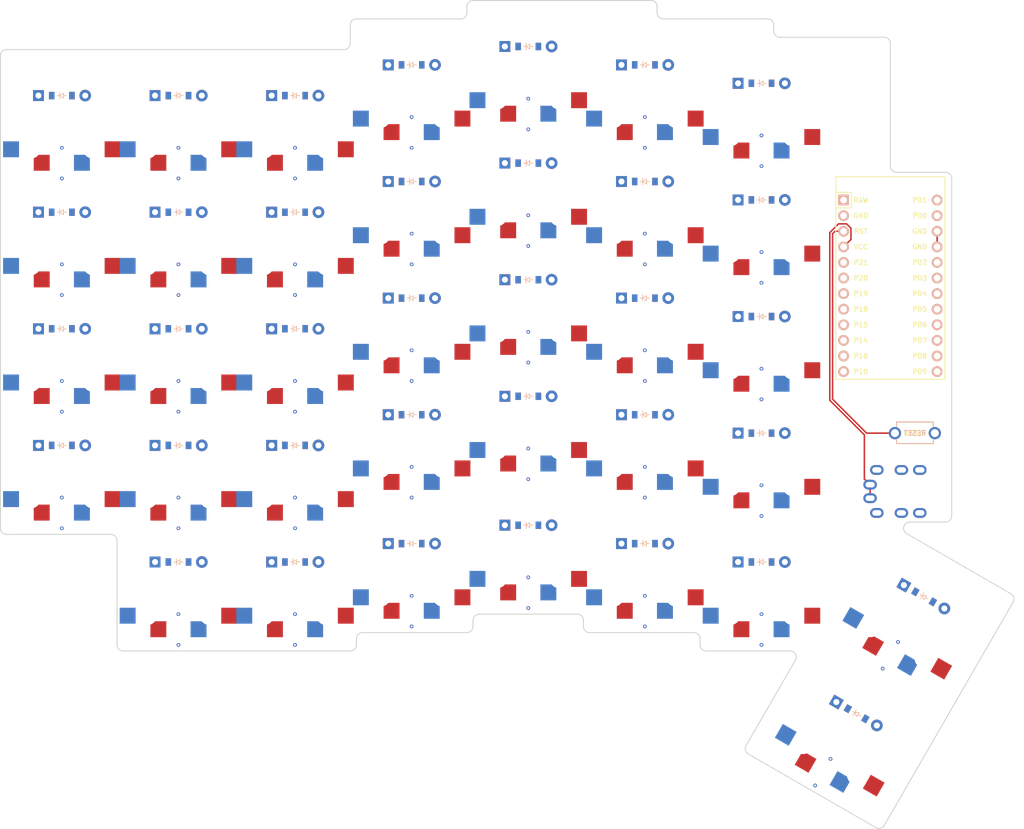
<source format=kicad_pcb>
(kicad_pcb (version 20211014) (generator pcbnew)
  (title_block (title "main") (rev "v1.0.0") (company "Unknown"))
  (layers (0 "F.Cu" signal) (31 "B.Cu" signal) (34 "B.Paste" user) (35 "F.Paste" user) (36 "B.SilkS" user "B.Silkscreen") (37 "F.SilkS" user "F.Silkscreen") (38 "B.Mask" user) (39 "F.Mask" user) (44 "Edge.Cuts" user))
  (net 0 "")
  (net 1 "macro_bottom")
  (net 2 "P10")
  (net 3 "P16")
  (net 4 "macro_home")
  (net 5 "P6")
  (net 6 "macro_top")
  (net 7 "P5")
  (net 8 "macro_numbers")
  (net 9 "P4")
  (net 10 "command_bottom")
  (net 11 "P14")
  (net 12 "command_home")
  (net 13 "command_top")
  (net 14 "command_numbers")
  (net 15 "pinky_bottom")
  (net 16 "P15")
  (net 17 "pinky_home")
  (net 18 "pinky_top")
  (net 19 "pinky_numbers")
  (net 20 "ring_bottom")
  (net 21 "P18")
  (net 22 "ring_home")
  (net 23 "ring_top")
  (net 24 "ring_numbers")
  (net 25 "middle_bottom")
  (net 26 "P19")
  (net 27 "middle_home")
  (net 28 "middle_top")
  (net 29 "middle_numbers")
  (net 30 "index_bottom")
  (net 31 "P20")
  (net 32 "index_home")
  (net 33 "index_top")
  (net 34 "index_numbers")
  (net 35 "inner_bottom")
  (net 36 "P21")
  (net 37 "inner_home")
  (net 38 "inner_top")
  (net 39 "inner_numbers")
  (net 40 "index_thumb")
  (net 41 "P7")
  (net 42 "inner_thumb")
  (net 43 "far_thumb")
  (net 44 "P9")
  (net 45 "near_thumb")
  (net 46 "P8")
  (net 47 "ctrl_thumb")
  (net 48 "meta_thumb")
  (net 49 "alt_thumb")
  (net 50 "fn_thumb")
  (net 51 "RAW")
  (net 52 "GND")
  (net 53 "RST")
  (net 54 "VCC")
  (net 55 "P1")
  (net 56 "P0")
  (net 57 "P2")
  (net 58 "P3")
  (footprint "VIA-0.6mm" (layer "F.Cu") (at 95 19.5)
    (fp_text reference "REF**" hide)
    (fp_text value "VIA-0.6mm" hide)
  )
  (footprint "ComboDiode" (layer "F.Cu") (at 95 -48)
    (fp_text reference "D23" hide)
    (fp_text value "" hide)
  )
  (footprint "ComboDiode" (layer "F.Cu") (at 38 -24)
    (fp_text reference "D10" hide)
    (fp_text value "" hide)
  )
  (footprint "VIA-0.6mm" (layer "F.Cu") (at 114 -12.5)
    (fp_text reference "REF**" hide)
    (fp_text value "VIA-0.6mm" hide)
  )
  (footprint "VIA-0.6mm" (layer "F.Cu") (at 19 -10.5)
    (fp_text reference "REF**" hide)
    (fp_text value "VIA-0.6mm" hide)
  )
  (footprint "VIA-0.6mm" (layer "F.Cu") (at 57 -39.5)
    (fp_text reference "REF**" hide)
    (fp_text value "VIA-0.6mm" hide)
  )
  (footprint "VIA-0.6mm" (layer "F.Cu") (at 76 21.5)
    (fp_text reference "REF**" hide)
    (fp_text value "VIA-0.6mm" hide)
  )
  (footprint "PG1350" (layer "F.Cu") (at 19 -38 180)
    (fp_text reference "S7" hide)
    (fp_text value "" hide)
  )
  (footprint "ComboDiode" (layer "F.Cu") (at 57 -67)
    (fp_text reference "D16" hide)
    (fp_text value "" hide)
  )
  (footprint "ComboDiode" (layer "F.Cu") (at 129.5 38.722432 -30)
    (fp_text reference "D32" hide)
    (fp_text value "" hide)
  )
  (footprint "VIA-0.6mm" (layer "F.Cu") (at 114 6.5)
    (fp_text reference "REF**" hide)
    (fp_text value "VIA-0.6mm" hide)
  )
  (footprint "ComboDiode" (layer "F.Cu") (at 38 -43)
    (fp_text reference "D11" hide)
    (fp_text value "" hide)
  )
  (footprint "VIA-0.6mm" (layer "F.Cu") (at 19 -53.5)
    (fp_text reference "REF**" hide)
    (fp_text value "VIA-0.6mm" hide)
  )
  (footprint "VIA-0.6mm" (layer "F.Cu") (at 114 -55.5)
    (fp_text reference "REF**" hide)
    (fp_text value "VIA-0.6mm" hide)
  )
  (footprint "ComboDiode" (layer "F.Cu") (at 114 14)
    (fp_text reference "D30" hide)
    (fp_text value "" hide)
  )
  (footprint "PG1350" (layer "F.Cu") (at 38 19 180)
    (fp_text reference "S34" hide)
    (fp_text value "" hide)
  )
  (footprint "VIA-0.6mm" (layer "F.Cu") (at 57 3.5)
    (fp_text reference "REF**" hide)
    (fp_text value "VIA-0.6mm" hide)
  )
  (footprint "ComboDiode" (layer "F.Cu") (at 114 -26)
    (fp_text reference "D26" hide)
    (fp_text value "" hide)
  )
  (footprint "ComboDiode" (layer "F.Cu") (at 0 -62)
    (fp_text reference "D4" hide)
    (fp_text value "" hide)
  )
  (footprint "ComboDiode" (layer "F.Cu") (at 95 -10)
    (fp_text reference "D21" hide)
    (fp_text value "" hide)
  )
  (footprint "VIA-0.6mm" (layer "F.Cu") (at 57 -15.5)
    (fp_text reference "REF**" hide)
    (fp_text value "VIA-0.6mm" hide)
  )
  (footprint "VIA-0.6mm" (layer "F.Cu") (at 19 3.5)
    (fp_text reference "REF**" hide)
    (fp_text value "VIA-0.6mm" hide)
  )
  (footprint "VIA-0.6mm" (layer "F.Cu") (at 114 -31.5)
    (fp_text reference "REF**" hide)
    (fp_text value "VIA-0.6mm" hide)
  )
  (footprint "PG1350" (layer "F.Cu") (at 19 -57 180)
    (fp_text reference "S8" hide)
    (fp_text value "" hide)
  )
  (footprint "PG1350" (layer "F.Cu") (at 38 0 180)
    (fp_text reference "S9" hide)
    (fp_text value "" hide)
  )
  (footprint "PG1350" (layer "F.Cu") (at 19 19 180)
    (fp_text reference "S33" hide)
    (fp_text value "" hide)
  )
  (footprint "ComboDiode" (layer "F.Cu") (at 0 -43)
    (fp_text reference "D3" hide)
    (fp_text value "" hide)
  )
  (footprint "VIA-0.6mm" (layer "F.Cu") (at 95 -58.5)
    (fp_text reference "REF**" hide)
    (fp_text value "VIA-0.6mm" hide)
  )
  (footprint "ComboDiode" (layer "F.Cu") (at 76 -51)
    (fp_text reference "D19" hide)
    (fp_text value "" hide)
  )
  (footprint "VIA-0.6mm" (layer "F.Cu") (at 76 -61.5)
    (fp_text reference "REF**" hide)
    (fp_text value "VIA-0.6mm" hide)
  )
  (footprint "VIA-0.6mm" (layer "F.Cu") (at 19 -29.5)
    (fp_text reference "REF**" hide)
    (fp_text value "VIA-0.6mm" hide)
  )
  (footprint "ComboDiode" (layer "F.Cu") (at 38 -62)
    (fp_text reference "D12" hide)
    (fp_text value "" hide)
  )
  (footprint "VIA-0.6mm" (layer "F.Cu") (at 76 -4.5)
    (fp_text reference "REF**" hide)
    (fp_text value "VIA-0.6mm" hide)
  )
  (footprint "PG1350" (layer "F.Cu") (at 95 -62 180)
    (fp_text reference "S24" hide)
    (fp_text value "" hide)
  )
  (footprint "VIA-0.6mm" (layer "F.Cu") (at 19 22.5)
    (fp_text reference "REF**" hide)
    (fp_text value "VIA-0.6mm" hide)
  )
  (footprint "VIA-0.6mm" (layer "F.Cu") (at 114 22.5)
    (fp_text reference "REF**" hide)
    (fp_text value "VIA-0.6mm" hide)
  )
  (footprint "TRRS-PJ-320A-dual" (layer "F.Cu") (at 143 6 -90)
    (fp_text reference "REF**")
    (fp_text value "TRRS-PJ-320A-dual")
  )
  (footprint "ComboDiode" (layer "F.Cu") (at 19 -24)
    (fp_text reference "D6" hide)
    (fp_text value "" hide)
  )
  (footprint "VIA-0.6mm" (layer "F.Cu") (at 38 -34.5)
    (fp_text reference "REF**" hide)
    (fp_text value "VIA-0.6mm" hide)
  )
  (footprint "VIA-0.6mm" (layer "F.Cu") (at 0 -53.5)
    (fp_text reference "REF**" hide)
    (fp_text value "VIA-0.6mm" hide)
  )
  (footprint "PG1350" (layer "F.Cu") (at 127 43.052559 150)
    (fp_text reference "S32" hide)
    (fp_text value "" hide)
  )
  (footprint "ComboDiode" (layer "F.Cu") (at 19 -5)
    (fp_text reference "D5" hide)
    (fp_text value "" hide)
  )
  (footprint "ComboDiode" (layer "F.Cu") (at 114 -64)
    (fp_text reference "D28" hide)
    (fp_text value "" hide)
  )
  (footprint "PG1350" (layer "F.Cu") (at 114 -2 180)
    (fp_text reference "S25" hide)
    (fp_text value "" hide)
  )
  (footprint "VIA-0.6mm" (layer "F.Cu") (at 76 0.5)
    (fp_text reference "REF**" hide)
    (fp_text value "VIA-0.6mm" hide)
  )
  (footprint "VIA-0.6mm" (layer "F.Cu") (at 38 27.5)
    (fp_text reference "REF**" hide)
    (fp_text value "VIA-0.6mm" hide)
  )
  (footprint "VIA-0.6mm" (layer "F.Cu") (at 57 -1.5)
    (fp_text reference "REF**" hide)
    (fp_text value "VIA-0.6mm" hide)
  )
  (footprint "VIA-0.6mm" (layer "F.Cu") (at 38 -48.5)
    (fp_text reference "REF**" hide)
    (fp_text value "VIA-0.6mm" hide)
  )
  (footprint "VIA-0.6mm" (layer "F.Cu") (at 114 27.5)
    (fp_text reference "REF**" hide)
    (fp_text value "VIA-0.6mm" hide)
  )
  (footprint "PG1350" (layer "F.Cu") (at 114 -21 180)
    (fp_text reference "S26" hide)
    (fp_text value "" hide)
  )
  (footprint "VIA-0.6mm" (layer "F.Cu") (at 76 -23.5)
    (fp_text reference "REF**" hide)
    (fp_text value "VIA-0.6mm" hide)
  )
  (footprint "VIA-0.6mm" (layer "F.Cu") (at 95 -1.5)
    (fp_text reference "REF**" hide)
    (fp_text value "VIA-0.6mm" hide)
  )
  (footprint "PG1350" (layer "F.Cu") (at 19 -19 180)
    (fp_text reference "S6" hide)
    (fp_text value "" hide)
  )
  (footprint "PG1350" (layer "F.Cu") (at 0 -19 180)
    (fp_text reference "S2" hide)
    (fp_text value "" hide)
  )
  (footprint "VIA-0.6mm" (layer "F.Cu") (at 76 -56.5)
    (fp_text reference "REF**" hide)
    (fp_text value "VIA-0.6mm" hide)
  )
  (footprint "VIA-0.6mm" (layer "F.Cu") (at 0 8.5)
    (fp_text reference "REF**" hide)
    (fp_text value "VIA-0.6mm" hide)
  )
  (footprint "VIA-0.6mm" (layer "F.Cu") (at 0 -29.5)
    (fp_text reference "REF**" hide)
    (fp_text value "VIA-0.6mm" hide)
  )
  (footprint "ComboDiode" (layer "F.Cu") (at 57 11)
    (fp_text reference "D35" hide)
    (fp_text value "" hide)
  )
  (footprint "PG1350" (layer "F.Cu") (at 95 -24 180)
    (fp_text reference "S22" hide)
    (fp_text value "" hide)
  )
  (footprint "PG1350" (layer "F.Cu") (at 57 -62 180)
    (fp_text reference "S16" hide)
    (fp_text value "" hide)
  )
  (footprint "VIA-0.6mm" (layer "F.Cu") (at 0 -48.5)
    (fp_text reference "REF**" hide)
    (fp_text value "VIA-0.6mm" hide)
  )
  (footprint "PG1350" (layer "F.Cu") (at 95 -43 180)
    (fp_text reference "S23" hide)
    (fp_text value "" hide)
  )
  (footprint "PG1350" (layer "F.Cu") (at 57 -5 180)
    (fp_text reference "S13" hide)
    (fp_text value "" hide)
  )
  (footprint "VIA-0.6mm" (layer "F.Cu") (at 57 -53.5)
    (fp_text reference "REF**" hide)
    (fp_text value "VIA-0.6mm" hide)
  )
  (footprint "PG1350" (layer "F.Cu") (at 57 16 180)
    (fp_text reference "S35" hide)
    (fp_text value "" hide)
  )
  (footprint "VIA-0.6mm" (layer "F.Cu") (at 114 1.5)
    (fp_text reference "REF**" hide)
    (fp_text value "VIA-0.6mm" hide)
  )
  (footprint "VIA-0.6mm" (layer "F.Cu") (at 38 -10.5)
    (fp_text reference "REF**" hide)
    (fp_text value "VIA-0.6mm" hide)
  )
  (footprint "PG1350" (layer "F.Cu") (at 38 -19 180)
    (fp_text reference "S10" hide)
    (fp_text value "" hide)
  )
  (footprint "PG1350" (layer "F.Cu") (at 95 16 180)
    (fp_text reference "S29" hide)
    (fp_text value "" hide)
  )
  (footprint "VIA-0.6mm" (layer "F.Cu") (at 125.25 46.083648 -30)
    (fp_text reference "REF**" hide)
    (fp_text value "VIA-0.6mm" hide)
  )
  (footprint "VIA-0.6mm" (layer "F.Cu") (at 38 3.5)
    (fp_text reference "REF**" hide)
    (fp_text value "VIA-0.6mm" hide)
  )
  (footprint "VIA-0.6mm" (layer "F.Cu") (at 122.75 50.413775 -30)
    (fp_text reference "REF**" hide)
    (fp_text value "VIA-0.6mm" hide)
  )
  (footprint "PG1350" (layer "F.Cu") (at 0 -38 180)
    (fp_text reference "S3" hide)
    (fp_text value "" hide)
  )
  (footprint "VIA-0.6mm" (layer "F.Cu") (at 57 -20.5)
    (fp_text reference "REF**" hide)
    (fp_text value "VIA-0.6mm" hide)
  )
  (footprint "VIA-0.6mm" (layer "F.Cu") (at 95 -39.5)
    (fp_text reference "REF**" hide)
    (fp_text value "VIA-0.6mm" hide)
  )
  (footprint "PG1350" (layer "F.Cu") (at 95 -5 180)
    (fp_text reference "S21" hide)
    (fp_text value "" hide)
  )
  (footprint "VIA-0.6mm" (layer "F.Cu") (at 114 -36.5)
    (fp_text reference "REF**" hide)
    (fp_text value "VIA-0.6mm" hide)
  )
  (footprint "PG1350" (layer "F.Cu") (at 38 -57 180)
    (fp_text reference "S12" hide)
    (fp_text value "" hide)
  )
  (footprint "ComboDiode" (layer "F.Cu") (at 0 -5)
    (fp_text reference "D1" hide)
    (fp_text value "" hide)
  )
  (footprint "PG1350" (layer "F.Cu") (at 76 13 180)
    (fp_text reference "S36" hide)
    (fp_text value "" hide)
  )
  (footprint "VIA-0.6mm" (layer "F.Cu") (at 76 -18.5)
    (fp_text reference "REF**" hide)
    (fp_text value "VIA-0.6mm" hide)
  )
  (footprint "VIA-0.6mm" (layer "F.Cu") (at 19 -15.5)
    (fp_text reference "REF**" hide)
    (fp_text value "VIA-0.6mm" hide)
  )
  (footprint "PG1350" (layer "F.Cu") (at 57 -43 180)
    (fp_text reference "S15" hide)
    (fp_text value "" hide)
  )
  (footprint "PG1350" (layer "F.Cu") (at 38 -38 180)
    (fp_text reference "S11" hide)
    (fp_text value "" hide)
  )
  (footprint "VIA-0.6mm" (layer "F.Cu") (at 19 -34.5)
    (fp_text reference "REF**" hide)
    (fp_text value "VIA-0.6mm" hide)
  )
  (footprint "VIA-0.6mm" (layer "F.Cu") (at 95 24.5)
    (fp_text reference "REF**" hide)
    (fp_text value "VIA-0.6mm" hide)
  )
  (footprint "PG1350" (layer "F.Cu") (at 114 19 180)
    (fp_text reference "S30" hide)
    (fp_text value "" hide)
  )
  (footprint "VIA-0.6mm" (layer "F.Cu") (at 114 -50.5)
    (fp_text reference "REF**" hide)
    (fp_text value "VIA-0.6mm" hide)
  )
  (footprint "ComboDiode" (layer "F.Cu") (at 19 -43)
    (fp_text reference "D7" hide)
    (fp_text value "" hide)
  )
  (footprint "ComboDiode" (layer "F.Cu") (at 114 -7)
    (fp_text reference "D25" hide)
    (fp_text value "" hide)
  )
  (footprint "VIA-0.6mm" (layer "F.Cu") (at 0 -34.5)
    (fp_text reference "REF**" hide)
    (fp_text value "VIA-0.6mm" hide)
  )
  (footprint "ComboDiode" (layer "F.Cu") (at 140.5 19.669873 -30)
    (fp_text reference "D31" hide)
    (fp_text value "" hide)
  )
  (footprint "TACT_SWITCH_TVBP06" (layer "F.Cu") (at 139 -7)
    (fp_text reference "B1" hide)
    (fp_text value "SW_RST" hide)
  )
  (footprint "PG1350" (layer "F.Cu") (at 138 24 150)
    (fp_text reference "S31" hide)
    (fp_text value "" hide)
  )
  (footprint "VIA-0.6mm" (layer "F.Cu") (at 57 19.5)
    (fp_text reference "REF**" hide)
    (fp_text value "VIA-0.6mm" hide)
  )
  (footprint "VIA-0.6mm" (layer "F.Cu") (at 95 -53.5)
    (fp_text reference "REF**" hide)
    (fp_text value "VIA-0.6mm" hide)
  )
  (footprint "VIA-0.6mm" (layer "F.Cu") (at 95 3.5)
    (fp_text reference "REF**" hide)
    (fp_text value "VIA-0.6mm" hide)
  )
  (footprint "ComboDiode" (layer "F.Cu") (at 95 11)
    (fp_text reference "D29" hide)
    (fp_text value "" hide)
  )
  (footprint "VIA-0.6mm" (layer "F.Cu") (at 38 22.5)
    (fp_text reference "REF**" hide)
    (fp_text value "VIA-0.6mm" hide)
  )
  (footprint "VIA-0.6mm" (layer "F.Cu") (at 19 27.5)
    (fp_text reference "REF**" hide)
    (fp_text value "VIA-0.6mm" hide)
  )
  (footprint "ComboDiode" (layer "F.Cu") (at 114 -45)
    (fp_text reference "D27" hide)
    (fp_text value "" hide)
  )
  (footprint "ComboDiode" (layer "F.Cu") (at 38 -5)
    (fp_text reference "D9" hide)
    (fp_text value "" hide)
  )
  (footprint "ComboDiode" (layer "F.Cu") (at 19 14)
    (fp_text reference "D33" hide)
    (fp_text value "" hide)
  )
  (footprint "VIA-0.6mm" (layer "F.Cu") (at 0 -15.5)
    (fp_text reference "REF**" hide)
    (fp_text value "VIA-0.6mm" hide)
  )
  (footprint "VIA-0.6mm" (layer "F.Cu") (at 57 24.5)
    (fp_text reference "REF**" hide)
    (fp_text value "VIA-0.6mm" hide)
  )
  (footprint "ComboDiode" (layer "F.Cu") (at 57 -48)
    (fp_text reference "D15" hide)
    (fp_text value "" hide)
  )
  (footprint "PG1350" (layer "F.Cu") (at 76 -8 180)
    (fp_text reference "S17" hide)
    (fp_text value "" hide)
  )
  (footprint "ComboDiode" (layer "F.Cu") (at 95 -29)
    (fp_text reference "D22" hide)
    (fp_text value "" hide)
  )
  (footprint "PG1350" (layer "F.Cu") (at 76 -65 180)
    (fp_text reference "S20" hide)
    (fp_text value "" hide)
  )
  (footprint "VIA-0.6mm" (layer "F.Cu") (at 38 -15.5)
    (fp_text reference "REF**" hide)
    (fp_text value "VIA-0.6mm" hide)
  )
  (footprint "VIA-0.6mm" (layer "F.Cu") (at 133.75 31.361216 -30)
    (fp_text reference "REF**" hide)
    (fp_text value "VIA-0.6mm" hide)
  )
  (footprint "VIA-0.6mm" (layer "F.Cu") (at 38 -29.5)
    (fp_text reference "REF**" hide)
    (fp_text value "VIA-0.6mm" hide)
  )
  (footprint "PG1350" (layer "F.Cu") (at 19 0 180)
    (fp_text reference "S5" hide)
    (fp_text value "" hide)
  )
  (footprint "PG1350" (layer "F.Cu") (at 76 -27 180)
    (fp_text reference "S18" hide)
    (fp_text value "" hide)
  )
  (footprint "VIA-0.6mm" (layer "F.Cu") (at 95 -34.5)
    (fp_text reference "REF**" hide)
    (fp_text value "VIA-0.6mm" hide)
  )
  (footprint "ComboDiode" (layer "F.Cu") (at 76 -70)
    (fp_text reference "D20" hide)
    (fp_text value "" hide)
  )
  (footprint "PG1350" (layer "F.Cu") (at 76 -46 180)
    (fp_text reference "S19" hide)
    (fp_text value "" hide)
  )
  (footprint "ComboDiode" (layer "F.Cu") (at 57 -29)
    (fp_text reference "D14" hide)
    (fp_text value "" hide)
  )
  (footprint "VIA-0.6mm" (layer "F.Cu") (at 95 -15.5)
    (fp_text reference "REF**" hide)
    (fp_text value "VIA-0.6mm" hide)
  )
  (footprint "VIA-0.6mm" (layer "F.Cu") (at 0 -10.5)
    (fp_text reference "REF**" hide)
    (fp_text value "VIA-0.6mm" hide)
  )
  (footprint "VIA-0.6mm" (layer "F.Cu") (at 19 8.5)
    (fp_text reference "REF**" hide)
    (fp_text value "VIA-0.6mm" hide)
  )
  (footprint "PG1350" (layer "F.Cu") (at 57 -24 180)
    (fp_text reference "S14" hide)
    (fp_text value "" hide)
  )
  (footprint "PG1350" (layer "F.Cu") (at 114 -40 180)
    (fp_text reference "S27" hide)
    (fp_text value "" hide)
  )
  (footprint "VIA-0.6mm" (layer "F.Cu") (at 114 -17.5)
    (fp_text reference "REF**" hide)
    (fp_text value "VIA-0.6mm" hide)
  )
  (footprint "ComboDiode" (layer "F.Cu") (at 57 -10)
    (fp_text reference "D13" hide)
    (fp_text value "" hide)
  )
  (footprint "VIA-0.6mm" (layer "F.Cu") (at 0 3.5)
    (fp_text reference "REF**" hide)
    (fp_text value "VIA-0.6mm" hide)
  )
  (footprint "VIA-0.6mm" (layer "F.Cu") (at 38 8.5)
    (fp_text reference "REF**" hide)
    (fp_text value "VIA-0.6mm" hide)
  )
  (footprint "ComboDiode" (layer "F.Cu") (at 0 -24)
    (fp_text reference "D2" hide)
    (fp_text value "" hide)
  )
  (footprint "PG1350" (layer "F.Cu") (at 114 -59 180)
    (fp_text reference "S28" hide)
    (fp_text value "" hide)
  )
  (footprint "ComboDiode" (layer "F.Cu") (at 19 -62)
    (fp_text reference "D8" hide)
    (fp_text value "" hide)
  )
  (footprint "VIA-0.6mm" (layer "F.Cu") (at 95 -20.5)
    (fp_text reference "REF**" hide)
    (fp_text value "VIA-0.6mm" hide)
  )
  (footprint "ComboDiode" (layer "F.Cu") (at 76 -13)
    (fp_text reference "D17" hide)
    (fp_text value "" hide)
  )
  (footprint "VIA-0.6mm" (layer "F.Cu") (at 57 -58.5)
    (fp_text reference "REF**" hide)
    (fp_text value "VIA-0.6mm" hide)
  )
  (footprint "VIA-0.6mm" (layer "F.Cu") (at 76 -42.5)
    (fp_text reference "REF**" hide)
    (fp_text value "VIA-0.6mm" hide)
  )
  (footprint "ProMicro" (layer "F.Cu") (at 135 -31 -90)
    (fp_text reference "MCU1" hide)
    (fp_text value "" hide)
  )
  (footprint "VIA-0.6mm" (layer "F.Cu") (at 38 -53.5)
    (fp_text reference "REF**" hide)
    (fp_text value "VIA-0.6mm" hide)
  )
  (footprint "VIA-0.6mm" (layer "F.Cu") (at 76 -37.5)
    (fp_text reference "REF**" hide)
    (fp_text value "VIA-0.6mm" hide)
  )
  (footprint "PG1350" (layer "F.Cu") (at 0 -57 180)
    (fp_text reference "S4" hide)
    (fp_text value "" hide)
  )
  (footprint "ComboDiode" (layer "F.Cu") (at 76 8)
    (fp_text reference "D36" hide)
    (fp_text value "" hide)
  )
  (footprint "ComboDiode" (layer "F.Cu") (at 76 -32)
    (fp_text reference "D18" hide)
    (fp_text value "" hide)
  )
  (footprint "PG1350" (layer "F.Cu") (at 0 0 180)
    (fp_text reference "S1" hide)
    (fp_text value "" hide)
  )
  (footprint "ComboDiode" (layer "F.Cu") (at 95 -67)
    (fp_text reference "D24" hide)
    (fp_text value "" hide)
  )
  (footprint "VIA-0.6mm" (layer "F.Cu") (at 57 -34.5)
    (fp_text reference "REF**" hide)
    (fp_text value "VIA-0.6mm" hide)
  )
  (footprint "VIA-0.6mm" (layer "F.Cu") (at 136.25 27.031089 -30)
    (fp_text reference "REF**" hide)
    (fp_text value "VIA-0.6mm" hide)
  )
  (footprint "VIA-0.6mm" (layer "F.Cu") (at 76 16.5)
    (fp_text reference "REF**" hide)
    (fp_text value "VIA-0.6mm" hide)
  )
  (footprint "VIA-0.6mm" (layer "F.Cu") (at 19 -48.5)
    (fp_text reference "REF**" hide)
    (fp_text value "VIA-0.6mm" hide)
  )
  (footprint "ComboDiode" (layer "F.Cu") (at 38 14)
    (fp_text reference "D34" hide)
    (fp_text value "" hide)
  )
  (gr_line (start 85 24.5) (end 85 23.5) (layer "Edge.Cuts") (width 0.15))
  (gr_arc (start 67 24.5) (mid 66.707107 25.207107) (end 66 25.5) (layer "Edge.Cuts") (width 0.15))
  (gr_arc (start 66 -75.5) (mid 65.707107 -74.792893) (end 65 -74.5) (layer "Edge.Cuts") (width 0.15))
  (gr_line (start 10 28.5) (end 47 28.5) (layer "Edge.Cuts") (width 0.15))
  (gr_line (start 105 28.5) (end 118.658766 28.5) (layer "Edge.Cuts") (width 0.15))
  (gr_line (start 49 25.5) (end 66 25.5) (layer "Edge.Cuts") (width 0.15))
  (gr_arc (start -10 -68.5) (mid -9.707107 -69.207107) (end -9 -69.5) (layer "Edge.Cuts") (width 0.15))
  (gr_arc (start 117 -71.5) (mid 116.292893 -71.792893) (end 116 -72.5) (layer "Edge.Cuts") (width 0.15))
  (gr_line (start 98 -74.5) (end 115 -74.5) (layer "Edge.Cuts") (width 0.15))
  (gr_arc (start 145 6.5) (mid 144.707107 7.207107) (end 144 7.5) (layer "Edge.Cuts") (width 0.15))
  (gr_arc (start 118.658766 28.5) (mid 119.524791 29) (end 119.524791 30) (layer "Edge.Cuts") (width 0.15))
  (gr_arc (start 8 9.5) (mid 8.707107 9.792893) (end 9 10.5) (layer "Edge.Cuts") (width 0.15))
  (gr_arc (start -9 9.5) (mid -9.707107 9.207107) (end -10 8.5) (layer "Edge.Cuts") (width 0.15))
  (gr_line (start -10 8.5) (end -10 -68.5) (layer "Edge.Cuts") (width 0.15))
  (gr_line (start 48 -74.5) (end 65 -74.5) (layer "Edge.Cuts") (width 0.15))
  (gr_arc (start 96 -77.5) (mid 96.707107 -77.207107) (end 97 -76.5) (layer "Edge.Cuts") (width 0.15))
  (gr_arc (start 134.00833 56.913775) (mid 133.401124 57.379701) (end 132.642305 57.2798) (layer "Edge.Cuts") (width 0.15))
  (gr_line (start 67 -77.5) (end 96 -77.5) (layer "Edge.Cuts") (width 0.15))
  (gr_line (start -9 9.5) (end 8 9.5) (layer "Edge.Cuts") (width 0.15))
  (gr_arc (start 67 23.5) (mid 67.292893 22.792893) (end 68 22.5) (layer "Edge.Cuts") (width 0.15))
  (gr_line (start 86 25.5) (end 103 25.5) (layer "Edge.Cuts") (width 0.15))
  (gr_line (start 48 26.5) (end 48 27.5) (layer "Edge.Cuts") (width 0.15))
  (gr_arc (start 86 25.5) (mid 85.292893 25.207107) (end 85 24.5) (layer "Edge.Cuts") (width 0.15))
  (gr_line (start 66 -75.5) (end 66 -76.5) (layer "Edge.Cuts") (width 0.15))
  (gr_line (start 9 27.5) (end 9 10.5) (layer "Edge.Cuts") (width 0.15))
  (gr_arc (start 134 -71.5) (mid 134.707107 -71.207107) (end 135 -70.5) (layer "Edge.Cuts") (width 0.15))
  (gr_arc (start 136 -49.5) (mid 135.292893 -49.792893) (end 135 -50.5) (layer "Edge.Cuts") (width 0.15))
  (gr_arc (start 144 -49.5) (mid 144.707107 -49.207107) (end 145 -48.5) (layer "Edge.Cuts") (width 0.15))
  (gr_arc (start 115 -74.5) (mid 115.707107 -74.207107) (end 116 -73.5) (layer "Edge.Cuts") (width 0.15))
  (gr_arc (start 154.642305 19.174683) (mid 155.108231 19.781889) (end 155.00833 20.540708) (layer "Edge.Cuts") (width 0.15))
  (gr_line (start 144.50833 38.727241) (end 155.00833 20.540708) (layer "Edge.Cuts") (width 0.15))
  (gr_arc (start 66 -76.5) (mid 66.292893 -77.207107) (end 67 -77.5) (layer "Edge.Cuts") (width 0.15))
  (gr_line (start 136 -49.5) (end 144 -49.5) (layer "Edge.Cuts") (width 0.15))
  (gr_arc (start 84 22.5) (mid 84.707107 22.792893) (end 85 23.5) (layer "Edge.Cuts") (width 0.15))
  (gr_arc (start 48 26.5) (mid 48.292893 25.792893) (end 49 25.5) (layer "Edge.Cuts") (width 0.15))
  (gr_arc (start 47 -70.5) (mid 46.707107 -69.792893) (end 46 -69.5) (layer "Edge.Cuts") (width 0.15))
  (gr_line (start 135 -50.5) (end 135 -70.5) (layer "Edge.Cuts") (width 0.15))
  (gr_line (start 116 -73.5) (end 116 -72.5) (layer "Edge.Cuts") (width 0.15))
  (gr_arc (start 10 28.5) (mid 9.292893 28.207107) (end 9 27.5) (layer "Edge.Cuts") (width 0.15))
  (gr_line (start 111.49167 43.913775) (end 119.524791 30) (layer "Edge.Cuts") (width 0.15))
  (gr_line (start 104 27.5) (end 104 26.5) (layer "Edge.Cuts") (width 0.15))
  (gr_arc (start 47 -73.5) (mid 47.292893 -74.207107) (end 48 -74.5) (layer "Edge.Cuts") (width 0.15))
  (gr_line (start 134.00833 56.913775) (end 144.50833 38.727241) (layer "Edge.Cuts") (width 0.15))
  (gr_line (start 97 -76.5) (end 97 -75.5) (layer "Edge.Cuts") (width 0.15))
  (gr_arc (start 98 -74.5) (mid 97.292893 -74.792893) (end 97 -75.5) (layer "Edge.Cuts") (width 0.15))
  (gr_line (start -9 -69.5) (end 46 -69.5) (layer "Edge.Cuts") (width 0.15))
  (gr_line (start 67 23.5) (end 67 24.5) (layer "Edge.Cuts") (width 0.15))
  (gr_arc (start 48 27.5) (mid 47.707107 28.207107) (end 47 28.5) (layer "Edge.Cuts") (width 0.15))
  (gr_line (start 47 -70.5) (end 47 -73.5) (layer "Edge.Cuts") (width 0.15))
  (gr_arc (start 137.653212 9.366025) (mid 137.187287 8.241181) (end 138.153212 7.5) (layer "Edge.Cuts") (width 0.15))
  (gr_arc (start 111.857695 45.2798) (mid 111.391769 44.672594) (end 111.49167 43.913775) (layer "Edge.Cuts") (width 0.15))
  (gr_line (start 137.653212 9.366025) (end 154.642305 19.174683) (layer "Edge.Cuts") (width 0.15))
  (gr_line (start 145 6.5) (end 145 -48.5) (layer "Edge.Cuts") (width 0.15))
  (gr_line (start 144 7.5) (end 138.153212 7.5) (layer "Edge.Cuts") (width 0.15))
  (gr_line (start 117 -71.5) (end 134 -71.5) (layer "Edge.Cuts") (width 0.15))
  (gr_line (start 68 22.5) (end 84 22.5) (layer "Edge.Cuts") (width 0.15))
  (gr_arc (start 103 25.5) (mid 103.707107 25.792893) (end 104 26.5) (layer "Edge.Cuts") (width 0.15))
  (gr_arc (start 105 28.5) (mid 104.292893 28.207107) (end 104 27.5) (layer "Edge.Cuts") (width 0.15))
  (gr_line (start 111.857695 45.2798) (end 132.642305 57.2798) (layer "Edge.Cuts") (width 0.15))
  (segment (start 142.62 -39.89) (end 142.62 -37.35) (width 0.25) (layer "F.Cu") (net 52))
  (segment (start 127.38 -39.89) (end 125.985697 -39.89) (width 0.25) (layer "F.Cu") (net 53))
  (segment (start 125.583535 -12.533357) (end 131.116892 -7) (width 0.25) (layer "F.Cu") (net 53))
  (segment (start 125.583535 -39.487838) (end 125.583535 -12.533357) (width 0.25) (layer "F.Cu") (net 53))
  (segment (start 125.985697 -39.89) (end 125.583535 -39.487838) (width 0.25) (layer "F.Cu") (net 53))
  (segment (start 131.116892 -7) (end 135.75 -7) (width 0.25) (layer "F.Cu") (net 53))
  (segment (start 127.38 -37.35) (end 128.580811 -38.550811) (width 0.25) (layer "F.Cu") (net 54))
  (segment (start 130.768282 -6.712893) (end 130.768282 0.468282) (width 0.25) (layer "F.Cu") (net 54))
  (segment (start 126.558698 -41.098719) (end 125.134015 -39.674036) (width 0.25) (layer "F.Cu") (net 54))
  (segment (start 128.580811 -40.387393) (end 127.869485 -41.098719) (width 0.25) (layer "F.Cu") (net 54))
  (segment (start 128.580811 -38.550811) (end 128.580811 -40.387393) (width 0.25) (layer "F.Cu") (net 54))
  (segment (start 125.134015 -39.674036) (end 125.134015 -12.347159) (width 0.25) (layer "F.Cu") (net 54))
  (segment (start 131.7 3.6) (end 131.7 1.4) (width 0.25) (layer "F.Cu") (net 54))
  (segment (start 127.869485 -41.098719) (end 126.558698 -41.098719) (width 0.25) (layer "F.Cu") (net 54))
  (segment (start 125.134015 -12.347159) (end 130.768282 -6.712893) (width 0.25) (layer "F.Cu") (net 54))
  (segment (start 130.768282 0.468282) (end 131.7 1.4) (width 0.25) (layer "F.Cu") (net 54))
)
</source>
